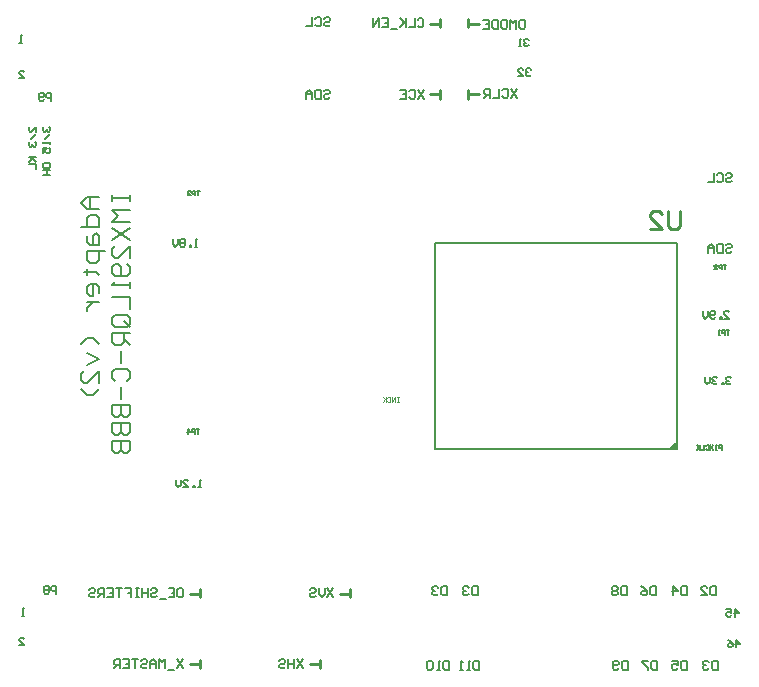
<source format=gbo>
G04 Layer_Color=32896*
%FSLAX25Y25*%
%MOIN*%
G70*
G01*
G75*
%ADD24C,0.01000*%
%ADD85C,0.00787*%
%ADD87C,0.00500*%
%ADD88C,0.00800*%
%ADD110C,0.00400*%
G36*
X221332Y76551D02*
X219243D01*
X221332Y78641D01*
Y76551D01*
D02*
G37*
D24*
X112306Y26779D02*
Y29535D01*
X108763Y27960D02*
X112306D01*
X98763Y4640D02*
X102306D01*
Y3065D02*
Y5821D01*
X58763Y4640D02*
X62306D01*
Y3065D02*
Y5821D01*
X58763Y27960D02*
X62306D01*
Y26779D02*
Y29535D01*
X142306Y216776D02*
Y219532D01*
X138763Y217957D02*
X142306D01*
X151695D02*
X155238D01*
X151695Y216776D02*
Y219532D01*
Y193062D02*
Y195818D01*
Y194637D02*
X155238D01*
X142306Y193062D02*
Y195818D01*
X138763Y194637D02*
X142306D01*
X222385Y155695D02*
Y150697D01*
X221386Y149697D01*
X219386D01*
X218387Y150697D01*
Y155695D01*
X212388Y149697D02*
X216387D01*
X212388Y153696D01*
Y154695D01*
X213388Y155695D01*
X215387D01*
X216387Y154695D01*
D85*
X140487Y76151D02*
X221087D01*
X140487Y144951D02*
X221087D01*
X140487Y76151D02*
Y144951D01*
X221087Y76151D02*
Y144951D01*
X218820Y76244D02*
X220910Y78334D01*
D87*
X238613Y115886D02*
X237614D01*
X238113D01*
Y114387D01*
X237114D02*
Y115886D01*
X236364D01*
X236114Y115636D01*
Y115136D01*
X236364Y114886D01*
X237114D01*
X235614Y114387D02*
X235115D01*
X235364D01*
Y115886D01*
X235614Y115636D01*
X237713Y137586D02*
X236714D01*
X237213D01*
Y136087D01*
X236214D02*
Y137586D01*
X235464D01*
X235214Y137336D01*
Y136836D01*
X235464Y136586D01*
X236214D01*
X233715Y136087D02*
X234714D01*
X233715Y137086D01*
Y137336D01*
X233965Y137586D01*
X234464D01*
X234714Y137336D01*
X62113Y162286D02*
X61114D01*
X61614D01*
Y160787D01*
X60614D02*
Y162286D01*
X59864D01*
X59614Y162036D01*
Y161536D01*
X59864Y161286D01*
X60614D01*
X59114Y162036D02*
X58864Y162286D01*
X58364D01*
X58115Y162036D01*
Y161786D01*
X58364Y161536D01*
X58614D01*
X58364D01*
X58115Y161286D01*
Y161037D01*
X58364Y160787D01*
X58864D01*
X59114Y161037D01*
X61913Y82786D02*
X60914D01*
X61414D01*
Y81287D01*
X60414D02*
Y82786D01*
X59664D01*
X59414Y82536D01*
Y82036D01*
X59664Y81787D01*
X60414D01*
X58165Y81287D02*
Y82786D01*
X58914Y82036D01*
X57915D01*
X106734Y29778D02*
X104734Y26779D01*
Y29778D02*
X106734Y26779D01*
X103735Y29778D02*
Y27779D01*
X102735Y26779D01*
X101735Y27779D01*
Y29778D01*
X98736Y29278D02*
X99236Y29778D01*
X100236D01*
X100735Y29278D01*
Y28778D01*
X100236Y28278D01*
X99236D01*
X98736Y27779D01*
Y27279D01*
X99236Y26779D01*
X100236D01*
X100735Y27279D01*
X96700Y6199D02*
X94701Y3200D01*
Y6199D02*
X96700Y3200D01*
X93701Y6199D02*
Y3200D01*
Y4699D01*
X91702D01*
Y6199D01*
Y3200D01*
X88703Y5699D02*
X89202Y6199D01*
X90202D01*
X90702Y5699D01*
Y5199D01*
X90202Y4699D01*
X89202D01*
X88703Y4200D01*
Y3700D01*
X89202Y3200D01*
X90202D01*
X90702Y3700D01*
X56600Y6099D02*
X54601Y3100D01*
Y6099D02*
X56600Y3100D01*
X53601Y2600D02*
X51602D01*
X50602Y3100D02*
Y6099D01*
X49602Y5099D01*
X48603Y6099D01*
Y3100D01*
X47603D02*
Y5099D01*
X46603Y6099D01*
X45604Y5099D01*
Y3100D01*
Y4600D01*
X47603D01*
X42605Y5599D02*
X43104Y6099D01*
X44104D01*
X44604Y5599D01*
Y5099D01*
X44104Y4600D01*
X43104D01*
X42605Y4100D01*
Y3600D01*
X43104Y3100D01*
X44104D01*
X44604Y3600D01*
X41605Y6099D02*
X39606D01*
X40605D01*
Y3100D01*
X36606Y6099D02*
X38606D01*
Y3100D01*
X36606D01*
X38606Y4600D02*
X37606D01*
X35607Y3100D02*
Y6099D01*
X34107D01*
X33607Y5599D01*
Y4600D01*
X34107Y4100D01*
X35607D01*
X34607D02*
X33607Y3100D01*
X55234Y29778D02*
X56234D01*
X56734Y29278D01*
Y27279D01*
X56234Y26779D01*
X55234D01*
X54734Y27279D01*
Y29278D01*
X55234Y29778D01*
X51735D02*
X53734D01*
Y26779D01*
X51735D01*
X53734Y28278D02*
X52735D01*
X50735Y26279D02*
X48736D01*
X45737Y29278D02*
X46237Y29778D01*
X47237D01*
X47736Y29278D01*
Y28778D01*
X47237Y28278D01*
X46237D01*
X45737Y27779D01*
Y27279D01*
X46237Y26779D01*
X47237D01*
X47736Y27279D01*
X44737Y29778D02*
Y26779D01*
Y28278D01*
X42738D01*
Y29778D01*
Y26779D01*
X41738Y29778D02*
X40739D01*
X41239D01*
Y26779D01*
X41738D01*
X40739D01*
X37240Y29778D02*
X39239D01*
Y28278D01*
X38240D01*
X39239D01*
Y26779D01*
X36240Y29778D02*
X34241D01*
X35241D01*
Y26779D01*
X31242Y29778D02*
X33241D01*
Y26779D01*
X31242D01*
X33241Y28278D02*
X32241D01*
X30242Y26779D02*
Y29778D01*
X28743D01*
X28243Y29278D01*
Y28278D01*
X28743Y27779D01*
X30242D01*
X29243D02*
X28243Y26779D01*
X25244Y29278D02*
X25744Y29778D01*
X26743D01*
X27243Y29278D01*
Y28778D01*
X26743Y28278D01*
X25744D01*
X25244Y27779D01*
Y27279D01*
X25744Y26779D01*
X26743D01*
X27243Y27279D01*
X204844Y5602D02*
Y2602D01*
X203345D01*
X202845Y3102D01*
Y5102D01*
X203345Y5602D01*
X204844D01*
X201845Y3102D02*
X201345Y2602D01*
X200346D01*
X199846Y3102D01*
Y5102D01*
X200346Y5602D01*
X201345D01*
X201845Y5102D01*
Y4602D01*
X201345Y4102D01*
X199846D01*
X214687Y5602D02*
Y2602D01*
X213187D01*
X212687Y3102D01*
Y5102D01*
X213187Y5602D01*
X214687D01*
X211688D02*
X209688D01*
Y5102D01*
X211688Y3102D01*
Y2602D01*
X224529Y5602D02*
Y2602D01*
X223030D01*
X222530Y3102D01*
Y5102D01*
X223030Y5602D01*
X224529D01*
X219531D02*
X221530D01*
Y4102D01*
X220531Y4602D01*
X220031D01*
X219531Y4102D01*
Y3102D01*
X220031Y2602D01*
X221030D01*
X221530Y3102D01*
X169093Y219381D02*
X170092D01*
X170592Y218881D01*
Y216882D01*
X170092Y216382D01*
X169093D01*
X168593Y216882D01*
Y218881D01*
X169093Y219381D01*
X167593Y216382D02*
Y219381D01*
X166594Y218381D01*
X165594Y219381D01*
Y216382D01*
X163095Y219381D02*
X164094D01*
X164594Y218881D01*
Y216882D01*
X164094Y216382D01*
X163095D01*
X162595Y216882D01*
Y218881D01*
X163095Y219381D01*
X161595D02*
Y216382D01*
X160096D01*
X159596Y216882D01*
Y218881D01*
X160096Y219381D01*
X161595D01*
X156597D02*
X158596D01*
Y216382D01*
X156597D01*
X158596Y217882D02*
X157597D01*
X134735Y219275D02*
X135234Y219775D01*
X136234D01*
X136734Y219275D01*
Y217276D01*
X136234Y216776D01*
X135234D01*
X134735Y217276D01*
X133735Y219775D02*
Y216776D01*
X131736D01*
X130736Y219775D02*
Y216776D01*
Y217775D01*
X128737Y219775D01*
X130236Y218275D01*
X128737Y216776D01*
X127737Y216276D02*
X125738D01*
X122739Y219775D02*
X124738D01*
Y216776D01*
X122739D01*
X124738Y218275D02*
X123738D01*
X121739Y216776D02*
Y219775D01*
X119739Y216776D01*
Y219775D01*
X103632Y219669D02*
X104132Y220168D01*
X105132D01*
X105632Y219669D01*
Y219169D01*
X105132Y218669D01*
X104132D01*
X103632Y218169D01*
Y217669D01*
X104132Y217169D01*
X105132D01*
X105632Y217669D01*
X100633Y219669D02*
X101133Y220168D01*
X102133D01*
X102633Y219669D01*
Y217669D01*
X102133Y217169D01*
X101133D01*
X100633Y217669D01*
X99634Y220168D02*
Y217169D01*
X97634D01*
X236100Y75900D02*
Y77399D01*
X235350D01*
X235100Y77150D01*
Y76650D01*
X235350Y76400D01*
X236100D01*
X234600Y77399D02*
X234101D01*
X234351D01*
Y75900D01*
X234600D01*
X234101D01*
X233351Y77399D02*
X232351Y75900D01*
Y77399D02*
X233351Y75900D01*
X230852Y77150D02*
X231102Y77399D01*
X231601D01*
X231851Y77150D01*
Y76150D01*
X231601Y75900D01*
X231102D01*
X230852Y76150D01*
X230352Y77399D02*
Y75900D01*
X229352D01*
X228852Y77399D02*
Y75900D01*
Y76400D01*
X227853Y77399D01*
X228602Y76650D01*
X227853Y75900D01*
X145395Y5602D02*
Y2602D01*
X143896D01*
X143396Y3102D01*
Y5102D01*
X143896Y5602D01*
X145395D01*
X142396Y2602D02*
X141397D01*
X141896D01*
Y5602D01*
X142396Y5102D01*
X139897D02*
X139397Y5602D01*
X138398D01*
X137898Y5102D01*
Y3102D01*
X138398Y2602D01*
X139397D01*
X139897Y3102D01*
Y5102D01*
X155238Y5602D02*
Y2602D01*
X153738D01*
X153239Y3102D01*
Y5102D01*
X153738Y5602D01*
X155238D01*
X152239Y2602D02*
X151239D01*
X151739D01*
Y5602D01*
X152239Y5102D01*
X149740Y2602D02*
X148740D01*
X149240D01*
Y5602D01*
X149740Y5102D01*
X144608Y30405D02*
Y27406D01*
X143108D01*
X142609Y27905D01*
Y29905D01*
X143108Y30405D01*
X144608D01*
X141609Y29905D02*
X141109Y30405D01*
X140109D01*
X139610Y29905D01*
Y29405D01*
X140109Y28905D01*
X140609D01*
X140109D01*
X139610Y28405D01*
Y27905D01*
X140109Y27406D01*
X141109D01*
X141609Y27905D01*
X154844Y30405D02*
Y27406D01*
X153345D01*
X152845Y27905D01*
Y29905D01*
X153345Y30405D01*
X154844D01*
X151845Y29905D02*
X151345Y30405D01*
X150346D01*
X149846Y29905D01*
Y29405D01*
X150346Y28905D01*
X150846D01*
X150346D01*
X149846Y28405D01*
Y27905D01*
X150346Y27406D01*
X151345D01*
X151845Y27905D01*
X234766Y5602D02*
Y2602D01*
X233266D01*
X232766Y3102D01*
Y5102D01*
X233266Y5602D01*
X234766D01*
X231766Y5102D02*
X231267Y5602D01*
X230267D01*
X229767Y5102D01*
Y4602D01*
X230267Y4102D01*
X230767D01*
X230267D01*
X229767Y3602D01*
Y3102D01*
X230267Y2602D01*
X231267D01*
X231766Y3102D01*
X204450Y30405D02*
Y27406D01*
X202951D01*
X202451Y27905D01*
Y29905D01*
X202951Y30405D01*
X204450D01*
X201451Y29905D02*
X200952Y30405D01*
X199952D01*
X199452Y29905D01*
Y29405D01*
X199952Y28905D01*
X199452Y28405D01*
Y27905D01*
X199952Y27406D01*
X200952D01*
X201451Y27905D01*
Y28405D01*
X200952Y28905D01*
X201451Y29405D01*
Y29905D01*
X200952Y28905D02*
X199952D01*
X214293Y30405D02*
Y27406D01*
X212793D01*
X212294Y27905D01*
Y29905D01*
X212793Y30405D01*
X214293D01*
X209295D02*
X210294Y29905D01*
X211294Y28905D01*
Y27905D01*
X210794Y27406D01*
X209794D01*
X209295Y27905D01*
Y28405D01*
X209794Y28905D01*
X211294D01*
X224529Y30405D02*
Y27406D01*
X223030D01*
X222530Y27905D01*
Y29905D01*
X223030Y30405D01*
X224529D01*
X220031Y27406D02*
Y30405D01*
X221530Y28905D01*
X219531D01*
X234372Y30405D02*
Y27406D01*
X232872D01*
X232372Y27905D01*
Y29905D01*
X232872Y30405D01*
X234372D01*
X229373Y27406D02*
X231373D01*
X229373Y29405D01*
Y29905D01*
X229873Y30405D01*
X230873D01*
X231373Y29905D01*
X168038Y196239D02*
X166039Y193239D01*
Y196239D02*
X168038Y193239D01*
X163040Y195739D02*
X163540Y196239D01*
X164540D01*
X165040Y195739D01*
Y193739D01*
X164540Y193239D01*
X163540D01*
X163040Y193739D01*
X162040Y196239D02*
Y193239D01*
X160041D01*
X159041D02*
Y196239D01*
X157542D01*
X157042Y195739D01*
Y194739D01*
X157542Y194239D01*
X159041D01*
X158042D02*
X157042Y193239D01*
X137020Y193053D02*
X135020Y196052D01*
Y193053D02*
X137020Y196052D01*
X132021Y193553D02*
X132521Y193053D01*
X133521D01*
X134021Y193553D01*
Y195552D01*
X133521Y196052D01*
X132521D01*
X132021Y195552D01*
X129022Y193053D02*
X131022D01*
Y196052D01*
X129022D01*
X131022Y194552D02*
X130022D01*
X103506Y195408D02*
X104005Y195908D01*
X105005D01*
X105505Y195408D01*
Y194908D01*
X105005Y194408D01*
X104005D01*
X103506Y193908D01*
Y193409D01*
X104005Y192909D01*
X105005D01*
X105505Y193409D01*
X102506Y195908D02*
Y192909D01*
X101006D01*
X100506Y193409D01*
Y195408D01*
X101006Y195908D01*
X102506D01*
X99507Y192909D02*
Y194908D01*
X98507Y195908D01*
X97507Y194908D01*
Y192909D01*
Y194408D01*
X99507D01*
X237405Y144111D02*
X237905Y144611D01*
X238905D01*
X239404Y144111D01*
Y143611D01*
X238905Y143111D01*
X237905D01*
X237405Y142611D01*
Y142112D01*
X237905Y141612D01*
X238905D01*
X239404Y142112D01*
X236405Y144611D02*
Y141612D01*
X234906D01*
X234406Y142112D01*
Y144111D01*
X234906Y144611D01*
X236405D01*
X233406Y141612D02*
Y143611D01*
X232407Y144611D01*
X231407Y143611D01*
Y141612D01*
Y143111D01*
X233406D01*
X237405Y167711D02*
X237905Y168211D01*
X238905D01*
X239404Y167711D01*
Y167211D01*
X238905Y166711D01*
X237905D01*
X237405Y166211D01*
Y165711D01*
X237905Y165212D01*
X238905D01*
X239404Y165711D01*
X234406Y167711D02*
X234906Y168211D01*
X235906D01*
X236405Y167711D01*
Y165711D01*
X235906Y165212D01*
X234906D01*
X234406Y165711D01*
X233406Y168211D02*
Y165212D01*
X231407D01*
D88*
X12718Y192366D02*
Y194866D01*
X11469D01*
X11052Y194449D01*
Y193616D01*
X11469Y193199D01*
X12718D01*
X10219Y192783D02*
X9803Y192366D01*
X8969D01*
X8553Y192783D01*
Y194449D01*
X8969Y194866D01*
X9803D01*
X10219Y194449D01*
Y194032D01*
X9803Y193616D01*
X8553D01*
X14400Y28000D02*
Y30499D01*
X13150D01*
X12734Y30083D01*
Y29250D01*
X13150Y28833D01*
X14400D01*
X11901Y30083D02*
X11484Y30499D01*
X10651D01*
X10235Y30083D01*
Y29666D01*
X10651Y29250D01*
X10235Y28833D01*
Y28416D01*
X10651Y28000D01*
X11484D01*
X11901Y28416D01*
Y28833D01*
X11484Y29250D01*
X11901Y29666D01*
Y30083D01*
X11484Y29250D02*
X10651D01*
X1997Y199847D02*
X3663D01*
X1997Y201513D01*
Y201929D01*
X2413Y202346D01*
X3247D01*
X3663Y201929D01*
X2876Y211658D02*
X2043D01*
X2459D01*
Y214157D01*
X2876Y213740D01*
X171773Y212559D02*
X171357Y212976D01*
X170524D01*
X170107Y212559D01*
Y212143D01*
X170524Y211726D01*
X170940D01*
X170524D01*
X170107Y211310D01*
Y210893D01*
X170524Y210476D01*
X171357D01*
X171773Y210893D01*
X169274Y210476D02*
X168441D01*
X168858D01*
Y212976D01*
X169274Y212559D01*
X172561Y202717D02*
X172144Y203133D01*
X171311D01*
X170895Y202717D01*
Y202300D01*
X171311Y201884D01*
X171728D01*
X171311D01*
X170895Y201467D01*
Y201050D01*
X171311Y200634D01*
X172144D01*
X172561Y201050D01*
X168395Y200634D02*
X170062D01*
X168395Y202300D01*
Y202717D01*
X168812Y203133D01*
X169645D01*
X170062Y202717D01*
X240602Y20319D02*
Y22818D01*
X241852Y21569D01*
X240186D01*
X237687Y22818D02*
X239353D01*
Y21569D01*
X238520Y21985D01*
X238103D01*
X237687Y21569D01*
Y20736D01*
X238103Y20319D01*
X238936D01*
X239353Y20736D01*
X240996Y10108D02*
X241046Y12606D01*
X242270Y11332D01*
X240605Y11365D01*
X238131Y12664D02*
X238955Y12231D01*
X239772Y11382D01*
X239755Y10549D01*
X239331Y10141D01*
X238498Y10157D01*
X238089Y10582D01*
X238098Y10998D01*
X238523Y11406D01*
X239772Y11382D01*
X32828Y160914D02*
Y158914D01*
Y159914D01*
X38826D01*
Y160914D01*
Y158914D01*
Y155915D02*
X32828D01*
X34827Y153916D01*
X32828Y151917D01*
X38826D01*
X32828Y149917D02*
X38826Y145918D01*
X32828D02*
X38826Y149917D01*
Y139920D02*
Y143919D01*
X34827Y139920D01*
X33828D01*
X32828Y140920D01*
Y142919D01*
X33828Y143919D01*
X37826Y137921D02*
X38826Y136921D01*
Y134922D01*
X37826Y133922D01*
X33828D01*
X32828Y134922D01*
Y136921D01*
X33828Y137921D01*
X34827D01*
X35827Y136921D01*
Y133922D01*
X38826Y131923D02*
Y129924D01*
Y130923D01*
X32828D01*
X33828Y131923D01*
X32828Y126925D02*
X38826D01*
Y122926D01*
X37826Y116928D02*
X33828D01*
X32828Y117928D01*
Y119927D01*
X33828Y120926D01*
X37826D01*
X38826Y119927D01*
Y117928D01*
X36827Y118927D02*
X38826Y116928D01*
Y117928D02*
X37826Y116928D01*
X38826Y114928D02*
X32828D01*
Y111929D01*
X33828Y110930D01*
X35827D01*
X36827Y111929D01*
Y114928D01*
Y112929D02*
X38826Y110930D01*
X35827Y108930D02*
Y104932D01*
X33828Y98934D02*
X32828Y99933D01*
Y101933D01*
X33828Y102932D01*
X37826D01*
X38826Y101933D01*
Y99933D01*
X37826Y98934D01*
X35827Y96934D02*
Y92936D01*
X32828Y90936D02*
X38826D01*
Y87937D01*
X37826Y86937D01*
X36827D01*
X35827Y87937D01*
Y90936D01*
Y87937D01*
X34827Y86937D01*
X33828D01*
X32828Y87937D01*
Y90936D01*
Y84938D02*
X38826D01*
Y81939D01*
X37826Y80939D01*
X36827D01*
X35827Y81939D01*
Y84938D01*
Y81939D01*
X34827Y80939D01*
X33828D01*
X32828Y81939D01*
Y84938D01*
Y78940D02*
X38826D01*
Y75941D01*
X37826Y74941D01*
X36827D01*
X35827Y75941D01*
Y78940D01*
Y75941D01*
X34827Y74941D01*
X33828D01*
X32828Y75941D01*
Y78940D01*
X28425Y160276D02*
X24427D01*
X22427Y158276D01*
X24427Y156277D01*
X28425D01*
X25426D01*
Y160276D01*
X22427Y150279D02*
X28425D01*
Y153278D01*
X27426Y154278D01*
X25426D01*
X24427Y153278D01*
Y150279D01*
Y147280D02*
Y145280D01*
X25426Y144281D01*
X28425D01*
Y147280D01*
X27426Y148280D01*
X26426Y147280D01*
Y144281D01*
X30424Y142281D02*
X24427D01*
Y139282D01*
X25426Y138283D01*
X27426D01*
X28425Y139282D01*
Y142281D01*
X23427Y135284D02*
X24427D01*
Y136283D01*
Y134284D01*
Y135284D01*
X27426D01*
X28425Y134284D01*
Y128286D02*
Y130285D01*
X27426Y131285D01*
X25426D01*
X24427Y130285D01*
Y128286D01*
X25426Y127286D01*
X26426D01*
Y131285D01*
X24427Y125287D02*
X28425D01*
X26426D01*
X25426Y124287D01*
X24427Y123288D01*
Y122288D01*
X28425Y111291D02*
X26426Y113291D01*
X24427D01*
X22427Y111291D01*
X24427Y108292D02*
X28425Y106293D01*
X24427Y104294D01*
X28425Y98296D02*
Y102294D01*
X24427Y98296D01*
X23427D01*
X22427Y99295D01*
Y101295D01*
X23427Y102294D01*
X28425Y96296D02*
X26426Y94297D01*
X24427D01*
X22427Y96296D01*
X10242Y183705D02*
X9825Y183288D01*
Y182455D01*
X10242Y182039D01*
X10658D01*
X11075Y182455D01*
Y182872D01*
Y182455D01*
X11491Y182039D01*
X11908D01*
X12325Y182455D01*
Y183288D01*
X11908Y183705D01*
X12325Y181206D02*
X10658Y179540D01*
X12325Y178707D02*
Y177873D01*
Y178290D01*
X9825D01*
X10242Y178707D01*
X9825Y174958D02*
Y176624D01*
X11075D01*
X10658Y175791D01*
Y175374D01*
X11075Y174958D01*
X11908D01*
X12325Y175374D01*
Y176207D01*
X11908Y176624D01*
X9825Y170376D02*
Y171209D01*
X10242Y171625D01*
X11908D01*
X12325Y171209D01*
Y170376D01*
X11908Y169959D01*
X10242D01*
X9825Y170376D01*
Y169126D02*
X12325D01*
X11075D01*
Y167460D01*
X9825D01*
X12325D01*
X1997Y10903D02*
X3663Y10870D01*
X2030Y12569D01*
X2039Y12986D01*
X2463Y13394D01*
X3296Y13377D01*
X3704Y12953D01*
X7600Y182039D02*
Y183705D01*
X5934Y182039D01*
X5517D01*
X5101Y182455D01*
Y183288D01*
X5517Y183705D01*
X7600Y181206D02*
X5934Y179540D01*
X5517Y178707D02*
X5101Y178290D01*
Y177457D01*
X5517Y177040D01*
X5934D01*
X6351Y177457D01*
Y177873D01*
Y177457D01*
X6767Y177040D01*
X7184D01*
X7600Y177457D01*
Y178290D01*
X7184Y178707D01*
X5101Y173708D02*
X7600D01*
X6767D01*
X5101Y172042D01*
X6351Y173292D01*
X7600Y172042D01*
X5101Y171209D02*
X7600D01*
Y169543D01*
X3728Y20713D02*
X2895D01*
X3312D01*
Y23212D01*
X3728Y22795D01*
X62500Y63500D02*
X61667D01*
X62084D01*
Y65999D01*
X62500Y65583D01*
X60417Y63500D02*
Y63916D01*
X60001D01*
Y63500D01*
X60417D01*
X56669D02*
X58335D01*
X56669Y65166D01*
Y65583D01*
X57085Y65999D01*
X57918D01*
X58335Y65583D01*
X55835Y65999D02*
Y64333D01*
X55002Y63500D01*
X54169Y64333D01*
Y65999D01*
X61400Y143700D02*
X60567D01*
X60984D01*
Y146199D01*
X61400Y145783D01*
X59317Y143700D02*
Y144116D01*
X58901D01*
Y143700D01*
X59317D01*
X57235Y145783D02*
X56818Y146199D01*
X55985D01*
X55569Y145783D01*
Y145366D01*
X55985Y144950D01*
X55569Y144533D01*
Y144116D01*
X55985Y143700D01*
X56818D01*
X57235Y144116D01*
Y144533D01*
X56818Y144950D01*
X57235Y145366D01*
Y145783D01*
X56818Y144950D02*
X55985D01*
X54735Y146199D02*
Y144533D01*
X53902Y143700D01*
X53069Y144533D01*
Y146199D01*
X236934Y119700D02*
X238600D01*
X236934Y121366D01*
Y121783D01*
X237350Y122199D01*
X238183D01*
X238600Y121783D01*
X236101Y119700D02*
Y120116D01*
X235684D01*
Y119700D01*
X236101D01*
X234018Y120116D02*
X233602Y119700D01*
X232769D01*
X232352Y120116D01*
Y121783D01*
X232769Y122199D01*
X233602D01*
X234018Y121783D01*
Y121366D01*
X233602Y120950D01*
X232352D01*
X231519Y122199D02*
Y120533D01*
X230686Y119700D01*
X229853Y120533D01*
Y122199D01*
X239300Y99883D02*
X238883Y100299D01*
X238050D01*
X237634Y99883D01*
Y99466D01*
X238050Y99050D01*
X238467D01*
X238050D01*
X237634Y98633D01*
Y98216D01*
X238050Y97800D01*
X238883D01*
X239300Y98216D01*
X236801Y97800D02*
Y98216D01*
X236384D01*
Y97800D01*
X236801D01*
X234718Y99883D02*
X234302Y100299D01*
X233469D01*
X233052Y99883D01*
Y99466D01*
X233469Y99050D01*
X233885D01*
X233469D01*
X233052Y98633D01*
Y98216D01*
X233469Y97800D01*
X234302D01*
X234718Y98216D01*
X232219Y100299D02*
Y98633D01*
X231386Y97800D01*
X230553Y98633D01*
Y100299D01*
D110*
X128425Y93507D02*
X127925D01*
X128175D01*
Y92008D01*
X128425D01*
X127925D01*
X127176D02*
Y93507D01*
X126176Y92008D01*
Y93507D01*
X124676Y93257D02*
X124926Y93507D01*
X125426D01*
X125676Y93257D01*
Y92258D01*
X125426Y92008D01*
X124926D01*
X124676Y92258D01*
X124177Y93507D02*
Y92008D01*
Y92508D01*
X123177Y93507D01*
X123927Y92758D01*
X123177Y92008D01*
M02*

</source>
